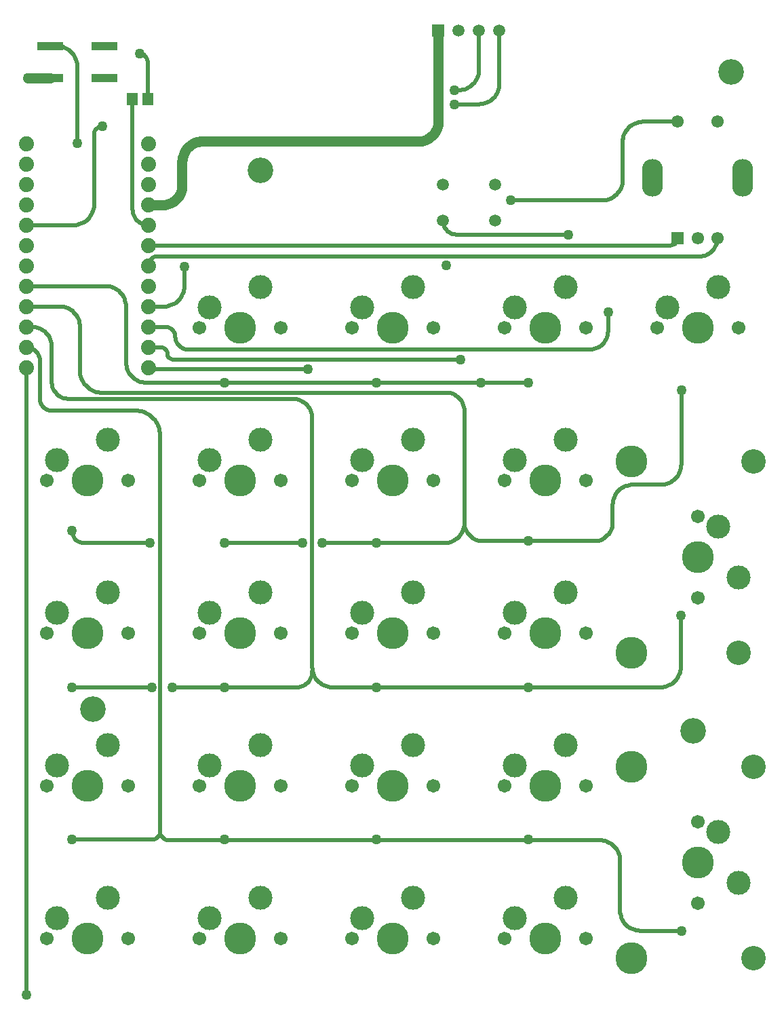
<source format=gtl>
%FSTAX23Y23*%
%MOIN*%
%SFA1B1*%

%IPPOS*%
%AMD22*
4,1,8,0.000000,0.092500,0.000000,0.092500,-0.051200,0.041300,-0.051200,-0.041300,0.000000,-0.092500,0.000000,-0.092500,0.051200,-0.041300,0.051200,0.041300,0.000000,0.092500,0.0*
1,1,0.102360,0.000000,0.041300*
1,1,0.102360,0.000000,0.041300*
1,1,0.102360,0.000000,-0.041300*
1,1,0.102360,0.000000,-0.041300*
%
%ADD15R,0.125980X0.039370*%
G04~CAMADD=22~8~0.0~0.0~1023.6~1850.4~511.8~0.0~15~0.0~0.0~0.0~0.0~0~0.0~0.0~0.0~0.0~0~0.0~0.0~0.0~0.0~1023.6~1850.4*
%ADD22D22*%
%ADD23C,0.061020*%
%ADD24R,0.061020X0.061020*%
%ADD29C,0.020000*%
%ADD30C,0.050000*%
%ADD31R,0.055120X0.061020*%
%ADD32C,0.157010*%
%ADD33C,0.120000*%
%ADD34C,0.118110*%
%ADD35C,0.067000*%
%ADD36C,0.157000*%
%ADD37C,0.125980*%
%ADD38R,0.059060X0.059060*%
%ADD39C,0.059060*%
%ADD40C,0.074000*%
%ADD41C,0.050000*%
%LNnumpadpcb-1*%
%LPD*%
G54D15*
X15572Y0933D03*
X15305D03*
X15572Y09488D03*
X15305D03*
G54D22*
X18708Y0884D03*
X18267D03*
G54D23*
X18586Y09116D03*
X18389D03*
X18586Y08545D03*
X18488D03*
G54D24*
X18389Y08545D03*
G54D29*
X18308Y07334D02*
X18318Y07334D01*
X18327Y07335*
X18337Y07338*
X18346Y07341*
X18355Y07345*
X18364Y0735*
X18371Y07356*
X18379Y07363*
X18385Y0737*
X18391Y07378*
X18396Y07386*
X184Y07395*
X18404Y07404*
X18406Y07414*
X18407Y07424*
X18408Y07434*
X1817Y07334D02*
X18161Y07333D01*
X18151Y07332*
X18141Y07329*
X18132Y07326*
X18123Y07322*
X18115Y07317*
X18107Y07311*
X181Y07304*
X18093Y07297*
X18087Y07289*
X18082Y07281*
X18078Y07272*
X18075Y07263*
X18072Y07253*
X18071Y07243*
X1807Y07234*
X17982Y07057D02*
X17992Y07057D01*
X18002Y07059*
X18011Y07062*
X1802Y07065*
X18029Y0707*
X18037Y07076*
X18044Y07083*
X18051Y0709*
X18057Y07098*
X18062Y07107*
X18065Y07116*
X18068Y07125*
X1807Y07135*
X1807Y07145*
X15421Y08608D02*
X15431Y08609D01*
X15441Y0861*
X1545Y08613*
X15459Y08616*
X15468Y0862*
X15477Y08625*
X15485Y08631*
X15492Y08638*
X15498Y08645*
X15504Y08653*
X15509Y08661*
X15514Y0867*
X15517Y08679*
X15519Y08689*
X15521Y08699*
X15521Y08708*
X15561Y09094D02*
X1555Y09093D01*
X15541Y09089*
X15533Y09082*
X15526Y09074*
X15522Y09065*
X15521Y09055*
X17313Y09271D02*
X17323Y09272D01*
X17333Y09273*
X17342Y09275*
X17352Y09279*
X1736Y09283*
X17369Y09288*
X17377Y09294*
X17384Y093*
X17391Y09308*
X17396Y09316*
X17401Y09324*
X17406Y09333*
X17409Y09342*
X17411Y09352*
X17413Y09361*
X17413Y09371*
Y09202D02*
X17423Y09203D01*
X17433Y09204*
X17442Y09207*
X17452Y0921*
X1746Y09214*
X17469Y09219*
X17477Y09225*
X17484Y09232*
X17491Y09239*
X17496Y09247*
X17501Y09255*
X17506Y09264*
X17509Y09273*
X17511Y09283*
X17513Y09292*
X17513Y09302*
X17235Y08631D02*
X17236Y08621D01*
X17238Y08611*
X17241Y08602*
X17246Y08594*
X17252Y08586*
X17259Y08579*
X17267Y08573*
X17275Y08569*
X17284Y08565*
X17294Y08563*
X17304Y08562*
X15413Y07106D02*
X15414Y07096D01*
X15416Y07086*
X15421Y07076*
X15427Y07068*
X15434Y07061*
X15442Y07055*
X15452Y0705*
X15462Y07048*
X15472Y07047*
X17342Y07145D02*
X17343Y07135D01*
X17344Y07125*
X17347Y07116*
X17351Y07107*
X17356Y07098*
X17361Y0709*
X17368Y07083*
X17375Y07076*
X17383Y0707*
X17392Y07065*
X17401Y07062*
X17411Y07059*
X17421Y07057*
X17431Y07057*
X17244Y07047D02*
X17254Y07047D01*
X17264Y07049*
X17274Y07052*
X17284Y07055*
X17293Y0706*
X17301Y07066*
X17309Y07072*
X17317Y07079*
X17323Y07087*
X17329Y07096*
X17334Y07105*
X17337Y07115*
X1734Y07125*
X17341Y07135*
X17342Y07145*
Y07695D02*
X17341Y07705D01*
X1734Y07715*
X17337Y07725*
X17333Y07734*
X17328Y07743*
X17322Y07751*
X17316Y07759*
X17308Y07765*
X173Y07771*
X17291Y07776*
X17282Y0778*
X17272Y07783*
X17262Y07784*
X17252Y07785*
X15452Y07895D02*
X15453Y07885D01*
X15454Y07875*
X15456Y07865*
X1546Y07855*
X15464Y07846*
X15469Y07837*
X15474Y07829*
X15481Y07821*
X15488Y07814*
X15496Y07807*
X15504Y07801*
X15513Y07796*
X15522Y07792*
X15532Y07789*
X15542Y07787*
X15552Y07785*
X15562Y07785*
X15452Y08108D02*
X15452Y08118D01*
X1545Y08128*
X15448Y08137*
X15445Y08147*
X1544Y08156*
X15435Y08164*
X1543Y08172*
X15423Y08179*
X15416Y08186*
X15408Y08192*
X15399Y08197*
X15391Y08201*
X15381Y08204*
X15372Y08206*
X15362Y08208*
X15352Y08208*
X15679Y07934D02*
X15679Y07924D01*
X15681Y07915*
X15683Y07905*
X15686Y07896*
X1569Y07887*
X15695Y07879*
X15701Y07871*
X15708Y07863*
X15715Y07857*
X15723Y07851*
X15731Y07846*
X1574Y07842*
X1575Y07838*
X15759Y07836*
X15769Y07835*
X15779Y07834*
X15679Y08208D02*
X15678Y08218D01*
X15677Y08228*
X15674Y08237*
X15671Y08247*
X15667Y08256*
X15662Y08264*
X15656Y08272*
X15649Y08279*
X15642Y08286*
X15634Y08292*
X15626Y08297*
X15617Y08301*
X15608Y08304*
X15598Y08306*
X15588Y08308*
X15579Y08308*
X1822Y09116D02*
X1821Y09115D01*
X182Y09114*
X18191Y09111*
X18181Y09108*
X18172Y09104*
X18164Y09099*
X18156Y09093*
X18149Y09086*
X18142Y09079*
X18136Y09071*
X18131Y09063*
X18127Y09054*
X18124Y09045*
X18122Y09035*
X1812Y09026*
X1812Y09016*
X1802Y0873D02*
X18029Y0873D01*
X18039Y08732*
X18049Y08734*
X18058Y08737*
X18067Y08742*
X18075Y08747*
X18083Y08753*
X1809Y08759*
X18097Y08766*
X18103Y08774*
X18108Y08783*
X18112Y08792*
X18115Y08801*
X18118Y0881*
X18119Y0882*
X1812Y0883*
X15807Y0559D02*
X15817Y05591D01*
X15826Y05595*
X15834Y05602*
X15841Y0561*
X15845Y05619*
X15846Y05629*
X15847Y0562*
X1585Y05611*
X15855Y05603*
X15862Y05596*
X1587Y05591*
X15879Y05588*
X15888Y05587*
X15846Y07577D02*
X15846Y07587D01*
X15844Y07596*
X15842Y07606*
X15839Y07616*
X15836Y07625*
X15832Y07634*
X15826Y07642*
X15821Y0765*
X15814Y07658*
X15807Y07665*
X158Y07671*
X15792Y07677*
X15783Y07682*
X15774Y07686*
X15765Y0769*
X15756Y07693*
X15746Y07695*
X15736Y07696*
X15726Y07696*
X16594Y06437D02*
X16595Y06426D01*
X16596Y06416*
X16599Y06406*
X16603Y06396*
X16607Y06387*
X16613Y06379*
X16619Y06371*
X16627Y06363*
X16635Y06357*
X16643Y06351*
X16652Y06347*
X16662Y06343*
X16672Y0634*
X16682Y06339*
X16692Y06338*
X16515D02*
X16526Y06339D01*
X16536Y06341*
X16545Y06344*
X16555Y06349*
X16563Y06354*
X16571Y06361*
X16578Y06369*
X16583Y06377*
X16588Y06387*
X16591Y06396*
X16593Y06407*
X16594Y06417*
X18305Y06338D02*
X18315Y06339D01*
X18325Y0634*
X18334Y06342*
X18343Y06346*
X18352Y0635*
X18361Y06355*
X18368Y06361*
X18376Y06367*
X18382Y06375*
X18388Y06383*
X18393Y06391*
X18397Y064*
X18401Y06409*
X18403Y06419*
X18405Y06428*
X18405Y06438*
X16594Y07657D02*
X16593Y07667D01*
X16592Y07677*
X16589Y07687*
X16585Y07697*
X16581Y07706*
X16575Y07715*
X16569Y07723*
X16561Y0773*
X16553Y07737*
X16545Y07742*
X16536Y07747*
X16526Y07751*
X16516Y07753*
X16506Y07755*
X16496Y07755*
X15314Y07834D02*
X15315Y07824D01*
X15317Y07814*
X1532Y07804*
X15325Y07795*
X15331Y07786*
X15338Y07778*
X15345Y07772*
X15354Y07766*
X15363Y07761*
X15373Y07758*
X15383Y07756*
X15393Y07755*
X15314Y08008D02*
X15314Y08018D01*
X15313Y08028*
X1531Y08037*
X15307Y08047*
X15303Y08056*
X15298Y08064*
X15292Y08072*
X15285Y08079*
X15278Y08086*
X1527Y08092*
X15262Y08097*
X15253Y08101*
X15243Y08104*
X15234Y08106*
X15224Y08108*
X15214Y08108*
X15255Y07755D02*
X15256Y07745D01*
X15259Y07735*
X15263Y07726*
X15269Y07717*
X15277Y0771*
X15285Y07704*
X15294Y077*
X15304Y07697*
X15314Y07696*
X15255Y07941D02*
X15255Y07951D01*
X15253Y0796*
X15249Y07969*
X15245Y07978*
X15239Y07985*
X15232Y07992*
X15225Y07998*
X15216Y08002*
X15207Y08006*
X15198Y08008*
X15188Y08008*
X18107Y05487D02*
X18106Y05497D01*
X18105Y05507*
X18102Y05516*
X18099Y05525*
X18095Y05534*
X1809Y05543*
X18084Y05551*
X18077Y05558*
X1807Y05564*
X18062Y0557*
X18054Y05575*
X18045Y05579*
X18036Y05583*
X18026Y05585*
X18017Y05587*
X18007Y05587*
X18107Y05242D02*
X18107Y05232D01*
X18109Y05223*
X18111Y05213*
X18114Y05204*
X18119Y05195*
X18124Y05187*
X18129Y05179*
X18136Y05172*
X18143Y05165*
X18151Y05159*
X1816Y05154*
X18169Y0515*
X18178Y05147*
X18187Y05144*
X18197Y05143*
X18207Y05142*
X15788Y07908D02*
X15796Y07901D01*
X15882Y07975D02*
X15881Y07985D01*
X15876Y07995*
X15869Y08002*
X15859Y08007*
X15849Y08008*
X15882Y07975D02*
X15884Y07965D01*
X1589Y07956*
X15899Y0795*
X15909Y07948*
X1592Y08062D02*
X15921Y08052D01*
X15923Y08043*
X15927Y08033*
X15932Y08025*
X15939Y08017*
X15946Y08011*
X15955Y08005*
X15964Y08002*
X15974Y07999*
X15984Y07999*
X1592Y08062D02*
X15919Y08073D01*
X15915Y08082*
X1591Y08091*
X15903Y08098*
X15894Y08104*
X15884Y08107*
X15874Y08108*
X1796Y07999D02*
X17969Y07999D01*
X17979Y08001*
X17989Y08003*
X17998Y08007*
X18006Y08012*
X18015Y08018*
X18022Y08024*
X18028Y08032*
X18034Y0804*
X18039Y08048*
X18043Y08058*
X18046Y08067*
X18047Y08077*
X18048Y08087*
X15865Y08208D02*
X15875Y08209D01*
X15885Y0821*
X15894Y08213*
X15903Y08216*
X15912Y0822*
X15921Y08225*
X15928Y08231*
X15936Y08238*
X15942Y08245*
X15948Y08253*
X15953Y08261*
X15957Y0827*
X15961Y08279*
X15963Y08289*
X15965Y08299*
X15965Y08308*
X18496Y08454D02*
X18506Y08455D01*
X18516Y08457*
X18525Y08459*
X18535Y08463*
X18544Y08468*
X18552Y08474*
X1856Y08481*
X18566Y08488*
X18572Y08497*
X18577Y08506*
X18581Y08515*
X18584Y08525*
X18586Y08535*
X18586Y08545*
X15834Y08454D02*
X15824Y08453D01*
X15814Y0845*
X15806Y08444*
X15798Y08437*
X15793Y08428*
X15789Y08419*
X15788Y08408*
X15785Y09411D02*
X15784Y09421D01*
X1578Y09431*
X15773Y09439*
X15765Y09446*
X15755Y0945*
X15745Y09451*
X1571Y08687D02*
X15711Y08676D01*
X15713Y08666*
X15716Y08657*
X15721Y08647*
X15726Y08639*
X15733Y08631*
X15741Y08625*
X15749Y08619*
X15758Y08614*
X15768Y08611*
X15778Y08609*
X15788Y08608*
X18353Y08508D02*
X18362Y0851D01*
X18371Y08513*
X18379Y08519*
X18384Y08527*
X18388Y08535*
X18389Y08545*
X15438Y09389D02*
X15438Y094D01*
X15436Y0941*
X15434Y0942*
X1543Y09429*
X15425Y09438*
X1542Y09447*
X15413Y09455*
X15406Y09462*
X15398Y09469*
X15389Y09475*
X1538Y09479*
X1537Y09483*
X15361Y09486*
X1535Y09487*
X1534Y09488*
X15188Y07908D02*
X15187Y0791D01*
X1817Y07334D02*
X18308D01*
X1807Y07145D02*
Y07234D01*
X16161Y06338D02*
X16515D01*
X15905D02*
X16161D01*
X17568Y0873D02*
X1802D01*
X15188Y08608D02*
X15421D01*
X15521Y08708D02*
Y09055D01*
X17293Y09202D02*
X17413D01*
X17293Y09271D02*
X17313D01*
X17513Y09302D02*
Y09565D01*
X17413Y09371D02*
Y09565D01*
X17304Y08562D02*
X17854D01*
X15472Y07047D02*
X15797D01*
X16161D02*
X16545D01*
X16909D02*
X17244D01*
X16643D02*
X16909D01*
X17342Y07145D02*
Y07695D01*
X17431Y07057D02*
X17657D01*
X17982*
X18408Y07434D02*
Y07798D01*
X15452Y07895D02*
Y08108D01*
X15562Y07785D02*
X17252D01*
X15188Y08208D02*
X15352D01*
X17421Y07834D02*
X17657D01*
X16909D02*
X17421D01*
X15188Y08308D02*
X15579D01*
X15679Y07934D02*
Y08208D01*
X15779Y07834D02*
X16161D01*
X16909*
X15909Y07948D02*
X17321D01*
X15393Y07755D02*
X16496D01*
X15314Y07696D02*
X15726D01*
X1822Y09116D02*
X18389D01*
X1812Y0883D02*
Y09016D01*
X15846Y05629D02*
Y07577D01*
X16909Y05587D02*
X17657D01*
X16161D02*
X16909D01*
X15413Y0559D02*
X15807D01*
X15888Y05587D02*
X16161D01*
X17657D02*
X18007D01*
X15413Y06338D02*
X15806D01*
X16594Y06437D02*
Y07657D01*
X17657Y06338D02*
X18305D01*
X18405Y06438D02*
Y06692D01*
X16909Y06338D02*
X17657D01*
X16692D02*
X16909D01*
X15314Y07834D02*
Y08008D01*
X15188Y08108D02*
X15214D01*
X15255Y07755D02*
Y07941D01*
X18107Y05242D02*
Y05487D01*
X18207Y05142D02*
X1841D01*
X15788Y07908D02*
X15792Y07904D01*
X15796Y07901D02*
X16574D01*
X15788Y08008D02*
X15849D01*
X15984Y07999D02*
X1796D01*
X15788Y08108D02*
X15874D01*
X15788Y08208D02*
X15865D01*
X15965Y08308D02*
Y08404D01*
X18048Y08087D02*
Y0818D01*
X1725Y08409D02*
X17251Y0841D01*
X15834Y08454D02*
X18496D01*
X15438Y0901D02*
Y09389D01*
X15785Y09226D02*
Y09411D01*
X1571Y08687D02*
Y09226D01*
X15788Y08508D02*
X18353D01*
X15305Y09488D02*
X1534D01*
X15188Y04829D02*
Y07908D01*
G54D30*
X17113Y0902D02*
X17123Y09021D01*
X17133Y09022*
X17142Y09024*
X17152Y09028*
X1716Y09032*
X17169Y09037*
X17177Y09043*
X17184Y09049*
X17191Y09057*
X17196Y09065*
X17201Y09073*
X17206Y09082*
X17209Y09091*
X17211Y09101*
X17213Y0911*
X17213Y0912*
X15859Y08708D02*
X15869Y08709D01*
X15879Y0871*
X15888Y08713*
X15898Y08717*
X15907Y08721*
X15915Y08727*
X15923Y08733*
X1593Y0874*
X15936Y08748*
X15941Y08756*
X15946Y08765*
X1595Y08774*
X15952Y08784*
X15954Y08794*
X15954Y08804*
X16054Y0902D02*
X16044Y0902D01*
X16035Y09018*
X16025Y09016*
X16016Y09013*
X16007Y09008*
X15999Y09003*
X15991Y08997*
X15984Y08991*
X15977Y08984*
X15971Y08976*
X15966Y08967*
X15962Y08958*
X15959Y08949*
X15956Y0894*
X15955Y0893*
X15954Y0892*
X15305Y0933D02*
D01*
X15196D02*
X15305D01*
X17213Y0912D02*
Y09565D01*
X16054Y0902D02*
X17113D01*
X15788Y08708D02*
X15859D01*
X15954Y08804D02*
Y0892D01*
G54D31*
X1571Y09226D03*
X15785D03*
G54D32*
X18163Y07447D03*
Y06507D03*
Y05947D03*
Y05007D03*
G54D33*
X18688Y06507D03*
X18763Y07447D03*
Y05947D03*
Y05007D03*
G54D34*
X18588Y05627D03*
X18688Y05377D03*
X17588Y05204D03*
X17838Y05304D03*
X16838Y05204D03*
X17088Y05304D03*
X16088Y05204D03*
X16338Y05304D03*
X15338Y05204D03*
X15588Y05304D03*
X15338Y05954D03*
X15588Y06054D03*
X16088Y05954D03*
X16338Y06054D03*
X16838Y05954D03*
X17088Y06054D03*
X17588Y05954D03*
X17838Y06054D03*
X17588Y06704D03*
X17838Y06804D03*
X16838Y06704D03*
X17088Y06804D03*
X16088Y06704D03*
X16338Y06804D03*
X15338Y06704D03*
X15588Y06804D03*
Y07554D03*
X15338Y07454D03*
X16088D03*
X16338Y07554D03*
X16838Y07454D03*
X17088Y07554D03*
X17588Y07454D03*
X17838Y07554D03*
X18588Y07127D03*
X18688Y06877D03*
X18588Y08304D03*
X18338Y08204D03*
X17838Y08304D03*
X17588Y08204D03*
X17088Y08304D03*
X16838Y08204D03*
X16338Y08304D03*
X16088Y08204D03*
G54D35*
X18488Y05277D03*
Y05677D03*
X17938Y05104D03*
X17538D03*
X17188D03*
X16788D03*
X16438D03*
X16038D03*
X15688D03*
X15288D03*
X15688Y05854D03*
X15288D03*
X16438D03*
X16038D03*
X17188D03*
X16788D03*
X17938D03*
X17538D03*
X17938Y06604D03*
X17538D03*
X17188D03*
X16788D03*
X16438D03*
X16038D03*
X15688D03*
X15288D03*
Y07354D03*
X15688D03*
X16438D03*
X16038D03*
X17188D03*
X16788D03*
X17938D03*
X17538D03*
X18488Y06777D03*
Y07177D03*
X18288Y08104D03*
X18688D03*
X17538D03*
X17938D03*
X16788D03*
X17188D03*
X16038D03*
X16438D03*
G54D36*
X18488Y05477D03*
X17738Y05104D03*
X16988D03*
X16238D03*
X15488D03*
Y05854D03*
X16238D03*
X16988D03*
X17738D03*
Y06604D03*
X16988D03*
X16238D03*
X15488D03*
Y07354D03*
X16238D03*
X16988D03*
X17738D03*
X18488Y06977D03*
Y08104D03*
X17738D03*
X16988D03*
X16238D03*
G54D37*
X15515Y06232D03*
X18651Y0936D03*
X16338Y08877D03*
X18467Y06124D03*
G54D38*
X17213Y09565D03*
G54D39*
X17313Y09565D03*
X17413D03*
X17513D03*
X17491Y08808D03*
Y08631D03*
X17235D03*
Y08808D03*
G54D40*
X15788Y09008D03*
Y08908D03*
Y08808D03*
Y08708D03*
Y08608D03*
Y08508D03*
Y08408D03*
Y08308D03*
Y08208D03*
Y08108D03*
Y08008D03*
Y07908D03*
X15188Y09008D03*
Y08908D03*
Y08808D03*
Y08708D03*
Y08608D03*
Y08508D03*
Y08408D03*
Y08308D03*
Y08208D03*
Y08108D03*
Y08008D03*
Y07908D03*
G54D41*
X16161Y06338D03*
X15196Y0933D03*
X15561Y09094D03*
X17293Y09202D03*
Y09271D03*
X17854Y08562D03*
X15413Y07106D03*
X15797Y07047D03*
X16161D03*
X16545D03*
X16643D03*
X16909D03*
X18408Y07798D03*
X17657Y07057D03*
X17421Y07834D03*
X17657D03*
X16909D03*
X16161D03*
X17568Y0873D03*
X15806Y06338D03*
X15413D03*
X15905D03*
X18405Y06692D03*
X16909Y06338D03*
X17657D03*
X15413Y0559D03*
X16161D03*
X16909D03*
X17657D03*
X1841Y05142D03*
X16574Y07901D03*
X17321Y07948D03*
X15965Y08404D03*
X18048Y0818D03*
X17251Y0841D03*
X15438Y0901D03*
X15745Y09451D03*
X15188Y04829D03*
M02*
</source>
